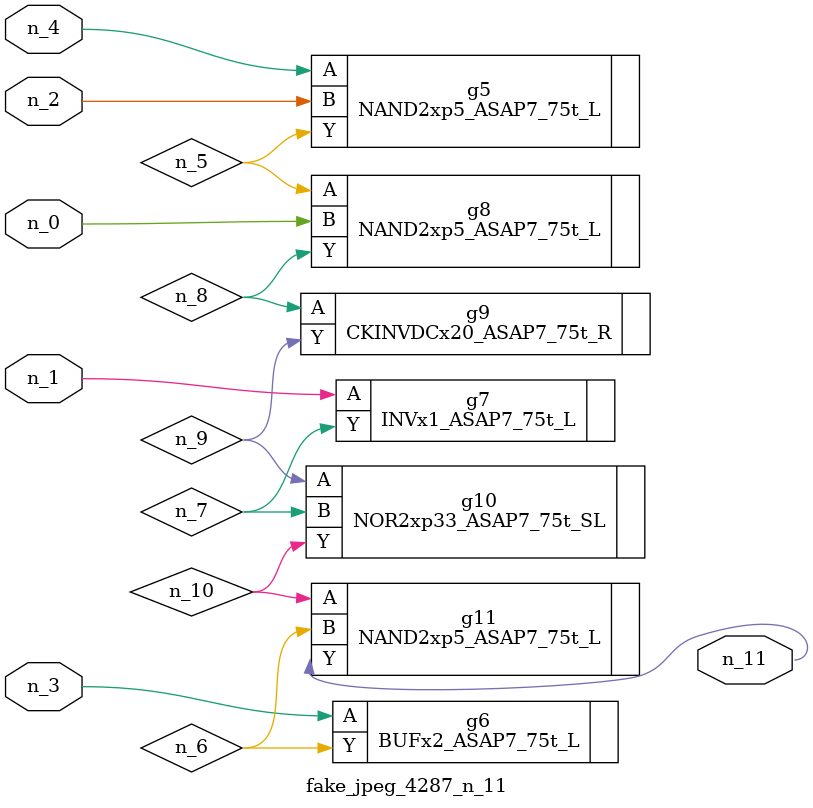
<source format=v>
module fake_jpeg_4287_n_11 (n_3, n_2, n_1, n_0, n_4, n_11);

input n_3;
input n_2;
input n_1;
input n_0;
input n_4;

output n_11;

wire n_10;
wire n_8;
wire n_9;
wire n_6;
wire n_5;
wire n_7;

NAND2xp5_ASAP7_75t_L g5 ( 
.A(n_4),
.B(n_2),
.Y(n_5)
);

BUFx2_ASAP7_75t_L g6 ( 
.A(n_3),
.Y(n_6)
);

INVx1_ASAP7_75t_L g7 ( 
.A(n_1),
.Y(n_7)
);

NAND2xp5_ASAP7_75t_L g8 ( 
.A(n_5),
.B(n_0),
.Y(n_8)
);

CKINVDCx20_ASAP7_75t_R g9 ( 
.A(n_8),
.Y(n_9)
);

NOR2xp33_ASAP7_75t_SL g10 ( 
.A(n_9),
.B(n_7),
.Y(n_10)
);

NAND2xp5_ASAP7_75t_L g11 ( 
.A(n_10),
.B(n_6),
.Y(n_11)
);


endmodule
</source>
